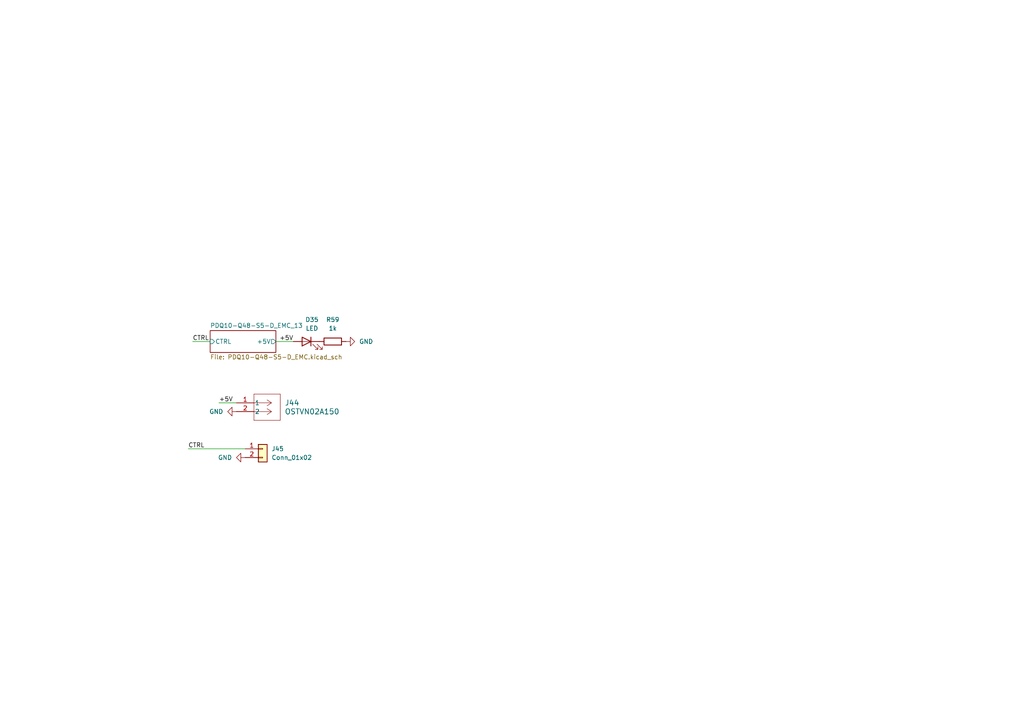
<source format=kicad_sch>
(kicad_sch (version 20231120) (generator "eeschema") (generator_version "8.0")
  (paper "A4")
  (lib_symbols
    (symbol "2024-02-14_22-22-09:OSTVN02A150" (pin_names (offset 0.254))
      (property "Reference" "J" (at 8.89 6.35 0))
      (property "Value" "OSTVN02A150" (at 5.08 -6.35 0))
      (symbol "OSTVN02A150_1_1"
        (polyline (pts (xy 5.08 -5.08) (xy 12.7 -5.08)) (stroke (width 0.127)))
        (polyline (pts (xy 5.08 2.54) (xy 5.08 -5.08)) (stroke (width 0.127)))
        (polyline (pts (xy 10.16 -2.54) (xy 5.08 -2.54)) (stroke (width 0.127)))
        (polyline (pts (xy 10.16 -2.54) (xy 8.89 -3.3867)) (stroke (width 0.127)))
        (polyline (pts (xy 10.16 -2.54) (xy 8.89 -1.6933)) (stroke (width 0.127)))
        (polyline (pts (xy 10.16 0) (xy 5.08 0)) (stroke (width 0.127)))
        (polyline (pts (xy 10.16 0) (xy 8.89 -0.8467)) (stroke (width 0.127)))
        (polyline (pts (xy 10.16 0) (xy 8.89 0.8467)) (stroke (width 0.127)))
        (polyline (pts (xy 12.7 -5.08) (xy 12.7 2.54)) (stroke (width 0.127)))
        (polyline (pts (xy 12.7 2.54) (xy 5.08 2.54)) (stroke (width 0.127)))
        (pin unspecified line (at 0 0 0) (length 5.08) (name "1") (number "1"))
        (pin unspecified line (at 0 -2.54 0) (length 5.08) (name "2") (number "2"))
      )
      (symbol "OSTVN02A150_1_2"
        (polyline (pts (xy 5.08 -5.08) (xy 12.7 -5.08)) (stroke (width 0.127)))
        (polyline (pts (xy 5.08 2.54) (xy 5.08 -5.08)) (stroke (width 0.127)))
        (polyline (pts (xy 7.62 -2.54) (xy 5.08 -2.54)) (stroke (width 0.127)))
        (polyline (pts (xy 7.62 -2.54) (xy 8.89 -3.3867)) (stroke (width 0.127)))
        (polyline (pts (xy 7.62 -2.54) (xy 8.89 -1.6933)) (stroke (width 0.127)))
        (polyline (pts (xy 7.62 0) (xy 5.08 0)) (stroke (width 0.127)))
        (polyline (pts (xy 7.62 0) (xy 8.89 -0.8467)) (stroke (width 0.127)))
        (polyline (pts (xy 7.62 0) (xy 8.89 0.8467)) (stroke (width 0.127)))
        (polyline (pts (xy 12.7 -5.08) (xy 12.7 2.54)) (stroke (width 0.127)))
        (polyline (pts (xy 12.7 2.54) (xy 5.08 2.54)) (stroke (width 0.127)))
        (pin unspecified line (at 0 0 0) (length 5.08) (name "1") (number "1"))
        (pin unspecified line (at 0 -2.54 0) (length 5.08) (name "2") (number "2"))
      )
    )
    (symbol "Connector_Generic:Conn_01x02" (pin_names (offset 1.016) hide)
      (property "Reference" "J" (at 0 2.54 0))
      (property "Value" "Conn_01x02" (at 0 -5.08 0))
      (symbol "Conn_01x02_1_1"
        (rectangle (start -1.27 -2.413) (end 0 -2.667) (stroke (width 0.1524)))
        (rectangle (start -1.27 0.127) (end 0 -0.127) (stroke (width 0.1524)))
        (rectangle (start -1.27 1.27) (end 1.27 -3.81) (stroke (width 0.254)) (fill (type background)))
        (pin passive line (at -5.08 0 0) (length 3.81) (name "Pin_1") (number "1"))
        (pin passive line (at -5.08 -2.54 0) (length 3.81) (name "Pin_2") (number "2"))
      )
    )
    (symbol "Device:LED" (pin_numbers hide) (pin_names (offset 1.016) hide)
      (property "Reference" "D" (at 0 2.54 0))
      (property "Value" "LED" (at 0 -2.54 0))
      (symbol "LED_0_1"
        (polyline (pts (xy -1.27 -1.27) (xy -1.27 1.27)) (stroke (width 0.254)))
        (polyline (pts (xy -1.27 0) (xy 1.27 0)))
        (polyline (pts (xy 1.27 -1.27) (xy 1.27 1.27) (xy -1.27 0) (xy 1.27 -1.27)) (stroke (width 0.254)))
        (polyline (pts (xy -3.048 -0.762) (xy -4.572 -2.286) (xy -3.81 -2.286) (xy -4.572 -2.286) (xy -4.572 -1.524)))
        (polyline (pts (xy -1.778 -0.762) (xy -3.302 -2.286) (xy -2.54 -2.286) (xy -3.302 -2.286) (xy -3.302 -1.524)))
      )
      (symbol "LED_1_1"
        (pin passive line (at -3.81 0 0) (length 2.54) (name "K") (number "1"))
        (pin passive line (at 3.81 0 180) (length 2.54) (name "A") (number "2"))
      )
    )
    (symbol "Device:R" (pin_numbers hide) (pin_names (offset 0))
      (property "Reference" "R" (at 2.032 0 90))
      (property "Value" "R" (at 0 0 90))
      (symbol "R_0_1"
        (rectangle (start -1.016 -2.54) (end 1.016 2.54) (stroke (width 0.254)))
      )
      (symbol "R_1_1"
        (pin passive line (at 0 3.81 270) (length 1.27) (name "~") (number "1"))
        (pin passive line (at 0 -3.81 90) (length 1.27) (name "~") (number "2"))
      )
    )
    (symbol "power:GND" (power) (pin_names (offset 0))
      (property "Value" "GND" (at 0 -3.81 0))
      (symbol "GND_0_1"
        (polyline (pts (xy 0 0) (xy 0 -1.27) (xy 1.27 -1.27) (xy 0 -2.54) (xy -1.27 -1.27) (xy 0 -1.27)))
      )
      (symbol "GND_1_1"
        (pin power_in line (at 0 0 270) (length 0) hide (name "GND") (number "1"))
      )
    )
  )
  (wire (pts (xy 54.61 130.175) (xy 71.12 130.175)))
  (wire (pts (xy 80.01 99.06) (xy 85.09 99.06)))
  (wire (pts (xy 55.88 99.06) (xy 60.96 99.06)))
  (wire (pts (xy 68.58 116.84) (xy 63.5 116.84)))
  (label "+5V" (at 85.09 99.06 180))
  (label "CTRL" (at 55.88 99.06 0))
  (label "CTRL" (at 54.61 130.175 0))
  (label "+5V" (at 63.5 116.84 0))
  (symbol (lib_id "2024-02-14_22-22-09:OSTVN02A150") (at 68.58 116.84 0) (unit 1)
    (property "Reference" "J44" (at 82.55 116.84 0) (effects (font (size 1.524 1.524)) (justify left)))
    (property "Value" "OSTVN02A150" (at 82.55 119.38 0) (effects (font (size 1.524 1.524)) (justify left)))
    (property "Footprint" "BCRL_power_supply:CONN_OSTVN02A150_OST" (effects (hide yes)))
    (instances (project "bcrl_power_supply" (path "" (reference "J44") (unit 1)) (path "" (reference "J42") (unit 1))))
  )
  (symbol (lib_id "Device:LED") (at 88.9 99.06 0) (mirror y) (unit 1)
    (property "Reference" "D35" (at 90.4875 92.71 0))
    (property "Value" "LED" (at 90.4875 95.25 0))
    (property "Footprint" "LED_SMD:LED_0603_1608Metric" (effects (hide yes)))
    (instances (project "bcrl_power_supply" (path "" (reference "D35") (unit 1)) (path "" (reference "D36") (unit 1))))
  )
  (symbol (lib_id "power:GND") (at 68.58 119.38 270) (unit 1)
    (property "Reference" "#PWR0245" (effects (hide yes)))
    (property "Value" "GND" (at 64.77 119.38 90) (effects (justify right)))
    (instances (project "bcrl_power_supply" (path "" (reference "#PWR0245") (unit 1)) (path "" (reference "#PWR0242") (unit 1))))
  )
  (symbol (lib_id "Connector_Generic:Conn_01x02") (at 76.2 130.175 0) (unit 1)
    (property "Reference" "J45" (at 78.74 130.175 0) (effects (justify left)))
    (property "Value" "Conn_01x02" (at 78.74 132.715 0) (effects (justify left)))
    (property "Footprint" "Connector_PinHeader_2.54mm:PinHeader_1x02_P2.54mm_Vertical" (effects (hide yes)))
    (instances (project "bcrl_power_supply" (path "" (reference "J45") (unit 1)) (path "" (reference "J43") (unit 1))))
  )
  (symbol (lib_id "power:GND") (at 100.33 99.06 90) (mirror x) (unit 1)
    (property "Reference" "#PWR0244" (effects (hide yes)))
    (property "Value" "GND" (at 104.14 99.06 90) (effects (justify right)))
    (instances (project "bcrl_power_supply" (path "" (reference "#PWR0244") (unit 1)) (path "" (reference "#PWR0247") (unit 1))))
  )
  (symbol (lib_id "power:GND") (at 71.12 132.715 270) (unit 1)
    (property "Reference" "#PWR0246" (effects (hide yes)))
    (property "Value" "GND" (at 67.31 132.715 90) (effects (justify right)))
    (instances (project "bcrl_power_supply" (path "" (reference "#PWR0246") (unit 1)) (path "" (reference "#PWR0243") (unit 1))))
  )
  (symbol (lib_id "Device:R") (at 96.52 99.06 270) (mirror x) (unit 1)
    (property "Reference" "R59" (at 96.52 92.71 90))
    (property "Value" "1k" (at 96.52 95.25 90))
    (property "Footprint" "Resistor_SMD:R_0603_1608Metric" (effects (hide yes)))
    (instances (project "bcrl_power_supply" (path "" (reference "R59") (unit 1)) (path "" (reference "R60") (unit 1))))
  )
  (sheet (at 60.96 95.885) (size 19.05 6.35) (stroke (width 0.1524))
    (property "Sheetname" "PDQ10-Q48-S5-D_EMC_13" (at 60.96 95.1734 0) (effects (justify left bottom)))
    (property "Sheetfile" "PDQ10-Q48-S5-D_EMC.kicad_sch" (at 60.96 102.8196 0) (effects (justify left top)))
    (pin "+5V" output (at 80.01 99.06 0))
    (pin "CTRL" input (at 60.96 99.06 180))
  )
)
</source>
